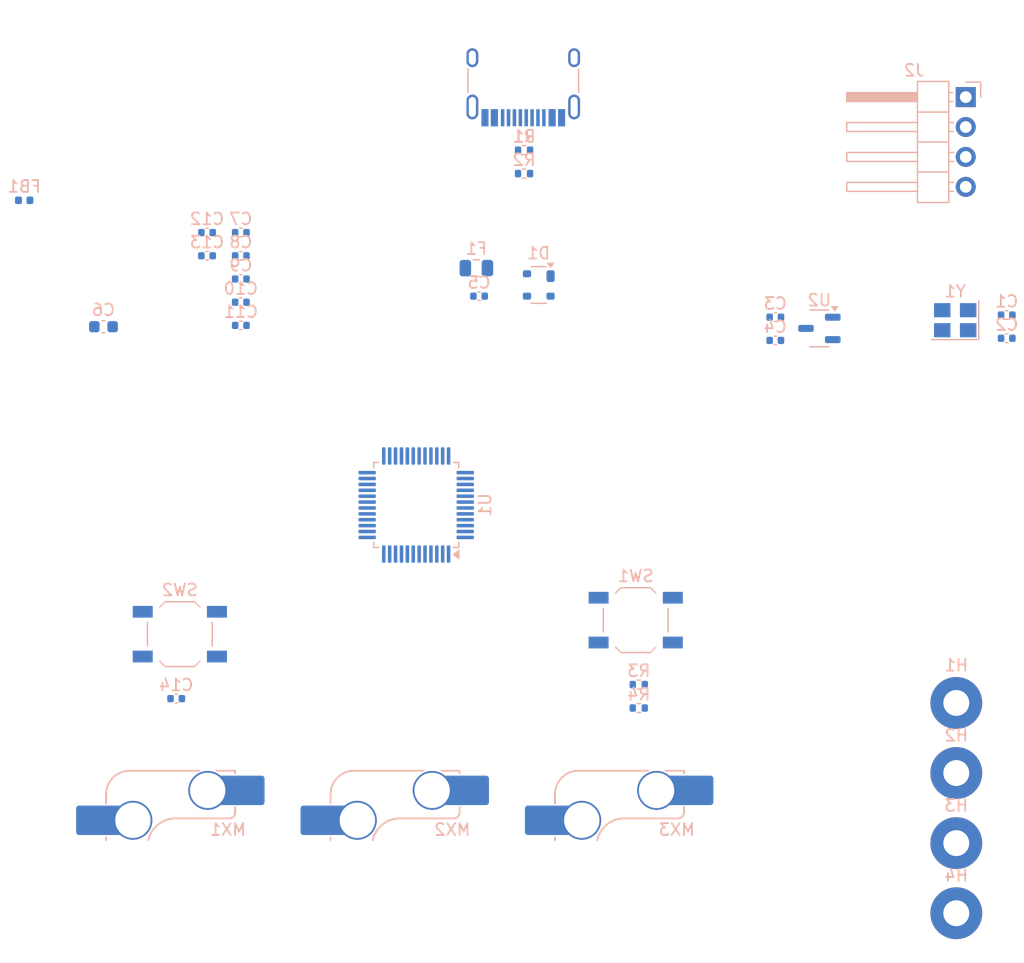
<source format=kicad_pcb>
(kicad_pcb (version 20240108) (generator "pcbnew") (generator_version "8.0")
  (title_block (title "Cloverpad MX") (date "2024-05-14") (rev "2"))
  (layers (0 "F.Cu" signal) (31 "B.Cu" signal) (34 "B.Paste" user) (35 "F.Paste" user) (36 "B.SilkS" user "B.Silkscreen") (37 "F.SilkS" user "F.Silkscreen") (38 "B.Mask" user) (39 "F.Mask" user) (44 "Edge.Cuts" user))
  (net 0 "")
  (net 1 "GND")
  (net 2 "OSC_OUT")
  (net 3 "OSC_IN")
  (net 4 "+5V")
  (net 5 "+3.3V")
  (net 6 "+3.3VA")
  (net 7 "NRST")
  (net 8 "D+")
  (net 9 "D-")
  (net 10 "Net-(F1-Pad1)")
  (net 11 "Net-(J1-CC2)")
  (net 13 "Net-(J1-CC1)")
  (net 15 "Net-(R3-Pad1)")
  (net 16 "BOOT0")
  (net 48 "SWCLK")
  (net 49 "SWDIO")
  (net 50 "K1")
  (net 51 "K2")
  (net 52 "K3")
  (footprint "Package_TO_SOT_SMD:SOT-23-3" (layer "B.Cu") (at 94.938519 45.003162 180)
    (property "Reference" "U2" (at 0 2.4 180) (layer "B.SilkS") (effects (justify mirror)))
    (property "Value" "XC6206PxxxMR")
    (fp_line (start 0.8 1.56) (end 0 1.56) (stroke (width 0.12)) (layer "B.SilkS"))
    (fp_line (start 0.8 -1.56) (end 0 -1.56) (stroke (width 0.12)) (layer "B.SilkS"))
    (fp_line (start -0.8 1.56) (end 0 1.56) (stroke (width 0.12)) (layer "B.SilkS"))
    (fp_line (start -0.8 -1.56) (end 0 -1.56) (stroke (width 0.12)) (layer "B.SilkS"))
    (fp_poly (pts (xy -1.3 1.51) (xy -1.54 1.84) (xy -1.06 1.84) (xy -1.3 1.51)) (stroke (width 0.12)) (fill solid) (layer "B.SilkS"))
    (pad "1" smd roundrect (at -1.1375 0.95 180) (size 1.325 0.6) (layers "B.Cu" "B.Paste" "B.Mask") (net 1 "GND"))
    (pad "2" smd roundrect (at -1.1375 -0.95 180) (size 1.325 0.6) (layers "B.Cu" "B.Paste" "B.Mask") (net 5 "+3.3V"))
    (pad "3" smd roundrect (at 1.1375 0 180) (size 1.325 0.6) (layers "B.Cu" "B.Paste" "B.Mask") (net 4 "+5V"))
  )
  (footprint "MountingHole:MountingHole_2.2mm_M2_Pad" (layer "B.Cu") (at 106.561027 94.645377 180)
    (property "Reference" "H4" (at 0 3.2 180) (layer "B.SilkS") (effects (justify mirror)))
    (property "Value" "Mounting Hole")
    (pad "1" thru_hole circle (at 0 0 180) (size 4.4 4.4) (drill 2.2) (layers "*.Cu" "*.Mask") (net 1 "GND"))
  )
  (footprint "Capacitor_SMD:C_0402_1005Metric" (layer "B.Cu") (at 91.198202 46.023162 180)
    (property "Reference" "C4" (at 0 1.16 180) (layer "B.SilkS") (effects (justify mirror)))
    (property "Value" "1uF")
    (fp_line (start 0.107836 0.36) (end -0.107836 0.36) (stroke (width 0.12)) (layer "B.SilkS"))
    (fp_line (start 0.107836 -0.36) (end -0.107836 -0.36) (stroke (width 0.12)) (layer "B.SilkS"))
    (pad "1" smd roundrect (at -0.48 0 180) (size 0.56 0.62) (layers "B.Cu" "B.Paste" "B.Mask") (net 5 "+3.3V"))
    (pad "2" smd roundrect (at 0.48 0 180) (size 0.56 0.62) (layers "B.Cu" "B.Paste" "B.Mask") (net 1 "GND"))
  )
  (footprint "Button_Switch_SMD:SW_SPST_TL3342" (layer "B.Cu") (at 79.350064 69.765682 180)
    (property "Reference" "SW1" (at 0 3.75 180) (layer "B.SilkS") (effects (justify mirror)))
    (property "Value" "SW_SPST")
    (fp_line (start 2.75 -1) (end 2.75 1) (stroke (width 0.12)) (layer "B.SilkS"))
    (fp_line (start 1.25 2.75) (end 1.7 2.3) (stroke (width 0.12)) (layer "B.SilkS"))
    (fp_line (start 1.25 2.75) (end -1.25 2.75) (stroke (width 0.12)) (layer "B.SilkS"))
    (fp_line (start 1.25 -2.75) (end 1.7 -2.3) (stroke (width 0.12)) (layer "B.SilkS"))
    (fp_line (start 1.25 -2.75) (end -1.25 -2.75) (stroke (width 0.12)) (layer "B.SilkS"))
    (fp_line (start -1.25 2.75) (end -1.7 2.3) (stroke (width 0.12)) (layer "B.SilkS"))
    (fp_line (start -1.25 -2.75) (end -1.7 -2.3) (stroke (width 0.12)) (layer "B.SilkS"))
    (fp_line (start -2.75 -1) (end -2.75 1) (stroke (width 0.12)) (layer "B.SilkS"))
    (pad "1" smd rect (at -3.15 1.9 180) (size 1.7 1) (layers "B.Cu" "B.Paste" "B.Mask") (net 16 "BOOT0"))
    (pad "1" smd rect (at 3.15 1.9 180) (size 1.7 1) (layers "B.Cu" "B.Paste" "B.Mask") (net 16 "BOOT0"))
    (pad "2" smd rect (at -3.15 -1.9 180) (size 1.7 1) (layers "B.Cu" "B.Paste" "B.Mask") (net 5 "+3.3V"))
    (pad "2" smd rect (at 3.15 -1.9 180) (size 1.7 1) (layers "B.Cu" "B.Paste" "B.Mask") (net 5 "+3.3V"))
  )
  (footprint "Inductor_SMD:L_0402_1005Metric" (layer "B.Cu") (at 27.443162 34.129414 180)
    (property "Reference" "FB1" (at 0 1.17 180) (layer "B.SilkS") (effects (justify mirror)))
    (property "Value" "120R")
    (pad "1" smd roundrect (at -0.485 0 180) (size 0.59 0.64) (layers "B.Cu" "B.Paste" "B.Mask") (net 5 "+3.3V"))
    (pad "2" smd roundrect (at 0.485 0 180) (size 0.59 0.64) (layers "B.Cu" "B.Paste" "B.Mask") (net 6 "+3.3VA"))
  )
  (footprint "PCM_marbastlib-mx:SW_MX_HS_CPG151101S11_1u" (layer "B.Cu") (at 78.581316 89.29695 180)
    (property "Reference" "MX3" (at -4.25 1.75 180) (layer "B.SilkS") (effects (justify mirror)))
    (property "Value" "MX_SW_HS")
    (fp_line (start 6.085176 4.75022) (end 6.085176 3.95022) (stroke (width 0.15)) (layer "B.SilkS"))
    (fp_line (start 6.085176 0.86022) (end 6.085176 1.10022) (stroke (width 0.15)) (layer "B.SilkS"))
    (fp_line (start 0.2 2.70022) (end -4.364824 2.70022) (stroke (width 0.15)) (layer "B.SilkS"))
    (fp_line (start -1.814824 6.75022) (end 4.085176 6.75022) (stroke (width 0.15)) (layer "B.SilkS"))
    (fp_line (start -4.864824 6.75022) (end -3.314824 6.75022) (stroke (width 0.15)) (layer "B.SilkS"))
    (fp_line (start -4.864824 6.52022) (end -4.864824 6.75022) (stroke (width 0.15)) (layer "B.SilkS"))
    (fp_line (start -4.864824 3.20022) (end -4.864824 3.67022) (stroke (width 0.15)) (layer "B.SilkS"))
    (fp_arc (start 6.085176 4.75022) (mid 5.499388 6.164432) (end 4.085176 6.75022) (stroke (width 0.15)) (layer "B.SilkS"))
    (fp_arc (start 2.494322 0.86022) (mid 1.670693 2.183637) (end 0.2 2.70022) (stroke (width 0.15)) (layer "B.SilkS"))
    (fp_arc (start -4.864824 3.20022) (mid -4.718377 2.846667) (end -4.364824 2.70022) (stroke (width 0.15)) (layer "B.SilkS"))
    (pad "" np_thru_hole circle (at -5.08 0 180) (size 1.75 1.75) (drill 1.75) (layers "*.Cu" "*.Mask"))
    (pad "" np_thru_hole circle (at 0 0 180) (size 3.9878 3.9878) (drill 3.9878) (layers "*.Cu" "*.Mask"))
    (pad "" np_thru_hole circle (at 5.08 0 180) (size 1.75 1.75) (drill 1.75) (layers "*.Cu" "*.Mask"))
    (pad "1" thru_hole circle (at 3.81 2.54 180) (size 3.3 3.3) (drill 3) (layers "*.Cu" "*.Mask") (net 52 "K3"))
    (pad "1" smd rect (at 5.635 2.54) (size 1.65 2.5) (layers "B.Cu") (net 52 "K3"))
    (pad "1" smd roundrect (at 7.36 2.54 180) (size 2.55 2.5) (layers "B.Cu" "B.Paste" "B.Mask") (roundrect_rratio 0.1) (net 52 "K3"))
    (pad "2" smd roundrect (at -6.09 5.08 180) (size 2.55 2.5) (layers "B.Cu" "B.Paste" "B.Mask") (roundrect_rratio 0.1) (net 1 "GND"))
    (pad "2" smd rect (at -4.34 5.08 180) (size 1.65 2.5) (layers "B.Cu") (net 1 "GND"))
    (pad "2" thru_hole circle (at -2.54 5.08 180) (size 3.3 3.3) (drill 3) (layers "*.Cu" "*.Mask") (net 1 "GND"))
  )
  (footprint "Capacitor_SMD:C_0402_1005Metric" (layer "B.Cu") (at 45.833162 40.809414 180)
    (property "Reference" "C9" (at 0 1.16 180) (layer "B.SilkS") (effects (justify mirror)))
    (property "Value" "100nF")
    (fp_line (start 0.107836 0.36) (end -0.107836 0.36) (stroke (width 0.12)) (layer "B.SilkS"))
    (fp_line (start 0.107836 -0.36) (end -0.107836 -0.36) (stroke (width 0.12)) (layer "B.SilkS"))
    (pad "1" smd roundrect (at -0.48 0 180) (size 0.56 0.62) (layers "B.Cu" "B.Paste" "B.Mask") (net 5 "+3.3V"))
    (pad "2" smd roundrect (at 0.48 0 180) (size 0.56 0.62) (layers "B.Cu" "B.Paste" "B.Mask") (net 1 "GND"))
  )
  (footprint "Capacitor_SMD:C_0402_1005Metric" (layer "B.Cu") (at 110.843531 45.839101 180)
    (property "Reference" "C2" (at 0 1.16 180) (layer "B.SilkS") (effects (justify mirror)))
    (property "Value" "8pF")
    (fp_line (start 0.107836 0.36) (end -0.107836 0.36) (stroke (width 0.12)) (layer "B.SilkS"))
    (fp_line (start 0.107836 -0.36) (end -0.107836 -0.36) (stroke (width 0.12)) (layer "B.SilkS"))
    (pad "1" smd roundrect (at -0.48 0 180) (size 0.56 0.62) (layers "B.Cu" "B.Paste" "B.Mask") (net 1 "GND"))
    (pad "2" smd roundrect (at 0.48 0 180) (size 0.56 0.62) (layers "B.Cu" "B.Paste" "B.Mask") (net 3 "OSC_IN"))
  )
  (footprint "Capacitor_SMD:C_0402_1005Metric" (layer "B.Cu") (at 45.833162 36.869414 180)
    (property "Reference" "C7" (at 0 1.16 180) (layer "B.SilkS") (effects (justify mirror)))
    (property "Value" "100nF")
    (fp_line (start 0.107836 0.36) (end -0.107836 0.36) (stroke (width 0.12)) (layer "B.SilkS"))
    (fp_line (start 0.107836 -0.36) (end -0.107836 -0.36) (stroke (width 0.12)) (layer "B.SilkS"))
    (pad "1" smd roundrect (at -0.48 0 180) (size 0.56 0.62) (layers "B.Cu" "B.Paste" "B.Mask") (net 5 "+3.3V"))
    (pad "2" smd roundrect (at 0.48 0 180) (size 0.56 0.62) (layers "B.Cu" "B.Paste" "B.Mask") (net 1 "GND"))
  )
  (footprint "Capacitor_SMD:C_0402_1005Metric" (layer "B.Cu") (at 66.053491 42.267223 180)
    (property "Reference" "C5" (at 0 1.16 180) (layer "B.SilkS") (effects (justify mirror)))
    (property "Value" "100nF")
    (fp_line (start 0.107836 0.36) (end -0.107836 0.36) (stroke (width 0.12)) (layer "B.SilkS"))
    (fp_line (start 0.107836 -0.36) (end -0.107836 -0.36) (stroke (width 0.12)) (layer "B.SilkS"))
    (pad "1" smd roundrect (at -0.48 0 180) (size 0.56 0.62) (layers "B.Cu" "B.Paste" "B.Mask") (net 4 "+5V"))
    (pad "2" smd roundrect (at 0.48 0 180) (size 0.56 0.62) (layers "B.Cu" "B.Paste" "B.Mask") (net 1 "GND"))
  )
  (footprint "Resistor_SMD:R_0402_1005Metric" (layer "B.Cu") (at 69.871926 31.862223 180)
    (property "Reference" "R2" (at 0 1.17 180) (layer "B.SilkS") (effects (justify mirror)))
    (property "Value" "5k1")
    (fp_line (start 0.153641 0.38) (end -0.153641 0.38) (stroke (width 0.12)) (layer "B.SilkS"))
    (fp_line (start 0.153641 -0.38) (end -0.153641 -0.38) (stroke (width 0.12)) (layer "B.SilkS"))
    (pad "1" smd roundrect (at -0.51 0 180) (size 0.54 0.64) (layers "B.Cu" "B.Paste" "B.Mask") (net 11 "Net-(J1-CC2)"))
    (pad "2" smd roundrect (at 0.51 0 180) (size 0.54 0.64) (layers "B.Cu" "B.Paste" "B.Mask") (net 1 "GND"))
  )
  (footprint "Package_QFP:LQFP-48_7x7mm_P0.5mm" (layer "B.Cu") (at 60.717235 59.995361 90)
    (property "Reference" "U1" (at 0 5.85 -90) (layer "B.SilkS") (effects (justify mirror)))
    (property "Value" "STM32F072CBT6")
    (fp_line (start 3.61 -3.61) (end 3.16 -3.61) (stroke (width 0.12)) (layer "B.SilkS"))
    (fp_line (start -3.61 -3.61) (end -3.16 -3.61) (stroke (width 0.12)) (layer "B.SilkS"))
    (fp_line (start 3.61 -3.16) (end 3.61 -3.61) (stroke (width 0.12)) (layer "B.SilkS"))
    (fp_line (start -3.61 -3.16) (end -3.61 -3.61) (stroke (width 0.12)) (layer "B.SilkS"))
    (fp_line (start 3.61 3.16) (end 3.61 3.61) (stroke (width 0.12)) (layer "B.SilkS"))
    (fp_line (start -3.61 3.16) (end -3.61 3.61) (stroke (width 0.12)) (layer "B.SilkS"))
    (fp_line (start 3.61 3.61) (end 3.16 3.61) (stroke (width 0.12)) (layer "B.SilkS"))
    (fp_line (start -3.61 3.61) (end -3.16 3.61) (stroke (width 0.12)) (layer "B.SilkS"))
    (fp_poly (pts (xy -4.2 3.16) (xy -4.54 3.63) (xy -3.86 3.63) (xy -4.2 3.16)) (stroke (width 0.12)) (fill solid) (layer "B.SilkS"))
    (pad "1" smd roundrect (at -4.1625 2.75 90) (size 1.475 0.3) (layers "B.Cu" "B.Paste" "B.Mask") (net 5 "+3.3V"))
    (pad "2" smd roundrect (at -4.1625 2.25 90) (size 1.475 0.3) (layers "B.Cu" "B.Paste" "B.Mask"))
    (pad "3" smd roundrect (at -4.1625 1.75 90) (size 1.475 0.3) (layers "B.Cu" "B.Paste" "B.Mask"))
    (pad "4" smd roundrect (at -4.1625 1.249999 90) (size 1.475 0.3) (layers "B.Cu" "B.Paste" "B.Mask"))
    (pad "5" smd roundrect (at -4.1625 0.75 90) (size 1.475 0.3) (layers "B.Cu" "B.Paste" "B.Mask") (net 3 "OSC_IN"))
    (pad "6" smd roundrect (at -4.1625 0.25 90) (size 1.475 0.3) (layers "B.Cu" "B.Paste" "B.Mask") (net 2 "OSC_OUT"))
    (pad "7" smd roundrect (at -4.1625 -0.25 90) (size 1.475 0.3) (layers "B.Cu" "B.Paste" "B.Mask") (net 7 "NRST"))
    (pad "8" smd roundrect (at -4.1625 -0.75 90) (size 1.475 0.3) (layers "B.Cu" "B.Paste" "B.Mask") (net 1 "GND"))
    (pad "9" smd roundrect (at -4.1625 -1.249999 90) (size 1.475 0.3) (layers "B.Cu" "B.Paste" "B.Mask") (net 6 "+3.3VA"))
    (pad "10" smd roundrect (at -4.1625 -1.75 90) (size 1.475 0.3) (layers "B.Cu" "B.Paste" "B.Mask"))
    (pad "11" smd roundrect (at -4.1625 -2.25 90) (size 1.475 0.3) (layers "B.Cu" "B.Paste" "B.Mask"))
    (pad "12" smd roundrect (at -4.1625 -2.75 90) (size 1.475 0.3) (layers "B.Cu" "B.Paste" "B.Mask"))
    (pad "13" smd roundrect (at -2.75 -4.1625 90) (size 0.3 1.475) (layers "B.Cu" "B.Paste" "B.Mask"))
    (pad "14" smd roundrect (at -2.25 -4.1625 90) (size 0.3 1.475) (layers "B.Cu" "B.Paste" "B.Mask"))
    (pad "15" smd roundrect (at -1.75 -4.1625 90) (size 0.3 1.475) (layers "B.Cu" "B.Paste" "B.Mask"))
    (pad "16" smd roundrect (at -1.249999 -4.1625 90) (size 0.3 1.475) (layers "B.Cu" "B.Paste" "B.Mask"))
    (pad "17" smd roundrect (at -0.75 -4.1625 90) (size 0.3 1.475) (layers "B.Cu" "B.Paste" "B.Mask"))
    (pad "18" smd roundrect (at -0.25 -4.1625 90) (size 0.3 1.475) (layers "B.Cu" "B.Paste" "B.Mask"))
    (pad "19" smd roundrect (at 0.25 -4.1625 90) (size 0.3 1.475) (layers "B.Cu" "B.Paste" "B.Mask"))
    (pad "20" smd roundrect (at 0.75 -4.1625 90) (size 0.3 1.475) (layers "B.Cu" "B.Paste" "B.Mask"))
    (pad "21" smd roundrect (at 1.249999 -4.1625 90) (size 0.3 1.475) (layers "B.Cu" "B.Paste" "B.Mask"))
    (pad "22" smd roundrect (at 1.75 -4.1625 90) (size 0.3 1.475) (layers "B.Cu" "B.Paste" "B.Mask"))
    (pad "23" smd roundrect (at 2.25 -4.1625 90) (size 0.3 1.475) (layers "B.Cu" "B.Paste" "B.Mask") (net 1 "GND"))
    (pad "24" smd roundrect (at 2.75 -4.1625 90) (size 0.3 1.475) (layers "B.Cu" "B.Paste" "B.Mask") (net 5 "+3.3V"))
    (pad "25" smd roundrect (at 4.1625 -2.75 90) (size 1.475 0.3) (layers "B.Cu" "B.Paste" "B.Mask"))
    (pad "26" smd roundrect (at 4.1625 -2.25 90) (size 1.475 0.3) (layers "B.Cu" "B.Paste" "B.Mask"))
    (pad "27" smd roundrect (at 4.1625 -1.75 90) (size 1.475 0.3) (layers "B.Cu" "B.Paste" "B.Mask"))
    (pad "28" smd roundrect (at 4.1625 -1.249999 90) (size 1.475 0.3) (layers "B.Cu" "B.Paste" "B.Mask"))
    (pad "29" smd roundrect (at 4.1625 -0.75 90) (size 1.475 0.3) (layers "B.Cu" "B.Paste" "B.Mask"))
    (pad "30" smd roundrect (at 4.1625 -0.25 90) (size 1.475 0.3) (layers "B.Cu" "B.Paste" "B.Mask"))
    (pad "31" smd roundrect (at 4.1625 0.25 90) (size 1.475 0.3) (layers "B.Cu" "B.Paste" "B.Mask"))
    (pad "32" smd roundrect (at 4.1625 0.75 90) (size 1.475 0.3) (layers "B.Cu" "B.Paste" "B.Mask") (net 9 "D-"))
    (pad "33" smd roundrect (at 4.1625 1.249999 90) (size 1.475 0.3) (layers "B.Cu" "B.Paste" "B.Mask") (net 8 "D+"))
    (pad "34" smd roundrect (at 4.1625 1.75 90) (size 1.475 0.3) (layers "B.Cu" "B.Paste" "B.Mask") (net 49 "SWDIO"))
    (pad "35" smd roundrect (at 4.1625 2.25 90) (size 1.475 0.3) (layers "B.Cu" "B.Paste" "B.Mask") (net 1 "GND"))
    (pad "36" smd roundrect (at 4.1625 2.75 90) (size 1.475 0.3) (layers "B.Cu" "B.Paste" "B.Mask") (net 5 "+3.3V"))
    (pad "37" smd roundrect (at 2.75 4.1625 90) (size 0.3 1.475) (layers "B.Cu" "B.Paste" "B.Mask") (net 48 "SWCLK"))
    (pad "38" smd roundrect (at 2.25 4.1625 90) (size 0.3 1.475) (layers "B.Cu" "B.Paste" "B.Mask"))
    (pad "39" smd roundrect (at 1.75 4.1625 90) (size 0.3 1.475) (layers "B.Cu" "B.Paste" "B.Mask"))
    (pad "40" smd roundrect (at 1.249999 4.1625 90) (size 0.3 1.475) (layers "B.Cu" "B.Paste" "B.Mask"))
    (pad "41" smd roundrect (at 0.75 4.1625 90) (size 0.3 1.475) (layers "B.Cu" "B.Paste" "B.Mask"))
    (pad "42" smd roundrect (at 0.25 4.1625 90) (size 0.3 1.475) (layers "B.Cu" "B.Paste" "B.Mask"))
    (pad "43" smd roundrect (at -0.25 4.1625 90) (size 0.3 1.475) (layers "B.Cu" "B.Paste" "B.Mask"))
    (pad "44" smd roundrect (at -0.75 4.1625 90) (size 0.3 1.475) (layers "B.Cu" "B.Paste" "B.Mask") (net 16 "BOOT0"))
    (pad "45" smd roundrect (at -1.249999 4.1625 90) (size 0.3 1.475) (layers "B.Cu" "B.Paste" "B.Mask"))
    (pad "46" smd roundrect (at -1.75 4.1625 90) (size 0.3 1.475) (layers "B.Cu" "B.Paste" "B.Mask"))
    (pad "47" smd roundrect (at -2.25 4.1625 90) (size 0.3 1.475) (layers "B.Cu" "B.Paste" "B.Mask") (net 1 "GND"))
    (pad "48" smd roundrect (at -2.75 4.1625 90) (size 0.3 1.475) (layers "B.Cu" "B.Paste" "B.Mask") (net 5 "+3.3V"))
  )
  (footprint "Connector_PinHeader_2.54mm:PinHeader_1x04_P2.54mm_Horizontal" (layer "B.Cu") (at 107.364149 25.370337 180)
    (property "Reference" "J2" (at 4.385 2.27 180) (layer "B.SilkS") (effects (justify mirror)))
    (property "Value" "Conn_01x04")
    (fp_line (start 10.1 0.38) (end 4.1 0.38) (stroke (width 0.12)) (layer "B.SilkS"))
    (fp_line (start 10.1 0.32) (end 4.1 0.32) (stroke (width 0.12)) (layer "B.SilkS"))
    (fp_line (start 10.1 0.2) (end 4.1 0.2) (stroke (width 0.12)) (layer "B.SilkS"))
    (fp_line (start 10.1 0.08) (end 4.1 0.08) (stroke (width 0.12)) (layer "B.SilkS"))
    (fp_line (start 10.1 -0.04) (end 4.1 -0.04) (stroke (width 0.12)) (layer "B.SilkS"))
    (fp_line (start 10.1 -0.160001) (end 4.1 -0.16) (stroke (width 0.12)) (layer "B.SilkS"))
    (fp_line (start 10.1 -0.279999) (end 4.1 -0.28) (stroke (width 0.12)) (layer "B.SilkS"))
    (fp_line (start 10.1 -0.38) (end 10.1 0.38) (stroke (width 0.12)) (layer "B.SilkS"))
    (fp_line (start 10.1 -2.16) (end 4.1 -2.16) (stroke (width 0.12)) (layer "B.SilkS"))
    (fp_line (start 10.1 -2.92) (end 10.1 -2.16) (stroke (width 0.12)) (layer "B.SilkS"))
    (fp_line (start 10.1 -4.699999) (end 4.1 -4.7) (stroke (width 0.12)) (layer "B.SilkS"))
    (fp_line (start 10.1 -5.460001) (end 10.1 -4.699999) (stroke (width 0.12)) (layer "B.SilkS"))
    (fp_line (start 10.1 -7.240001) (end 4.1 -7.24) (stroke (width 0.12)) (layer "B.SilkS"))
    (fp_line (start 10.1 -8) (end 10.1 -7.240001) (stroke (width 0.12)) (layer "B.SilkS"))
    (fp_line (start 4.1 1.33) (end 4.1 -8.95) (stroke (width 0.12)) (layer "B.SilkS"))
    (fp_line (start 4.1 -0.38) (end 10.1 -0.38) (stroke (width 0.12)) (layer "B.SilkS"))
    (fp_line (start 4.1 -1.27) (end 1.44 -1.27) (stroke (width 0.12)) (layer "B.SilkS"))
    (fp_line (start 4.1 -2.92) (end 10.1 -2.92) (stroke (width 0.12)) (layer "B.SilkS"))
    (fp_line (start 4.1 -3.81) (end 1.44 -3.81) (stroke (width 0.12)) (layer "B.SilkS"))
    (fp_line (start 4.1 -5.46) (end 10.1 -5.460001) (stroke (width 0.12)) (layer "B.SilkS"))
    (fp_line (start 4.1 -6.35) (end 1.44 -6.35) (stroke (width 0.12)) (layer "B.SilkS"))
    (fp_line (start 4.1 -8) (end 10.1 -8) (stroke (width 0.12)) (layer "B.SilkS"))
    (fp_line (start 4.1 -8.95) (end 1.44 -8.95) (stroke (width 0.12)) (layer "B.SilkS"))
    (fp_line (start 1.44 1.33) (end 4.1 1.33) (stroke (width 0.12)) (layer "B.SilkS"))
    (fp_line (start 1.44 0.38) (end 1.11 0.38) (stroke (width 0.12)) (layer "B.SilkS"))
    (fp_line (start 1.44 -0.38) (end 1.11 -0.38) (stroke (width 0.12)) (layer "B.SilkS"))
    (fp_line (start 1.44 -2.16) (end 1.042929 -2.16) (stroke (width 0.12)) (layer "B.SilkS"))
    (fp_line (start 1.44 -2.92) (end 1.042929 -2.92) (stroke (width 0.12)) (layer "B.SilkS"))
    (fp_line (start 1.44 -4.7) (end 1.042929 -4.7) (stroke (width 0.12)) (layer "B.SilkS"))
    (fp_line (start 1.44 -5.46) (end 1.042929 -5.46) (stroke (width 0.12)) (layer "B.SilkS"))
    (fp_line (start 1.44 -7.24) (end 1.042929 -7.24) (stroke (width 0.12)) (layer "B.SilkS"))
    (fp_line (start 1.44 -8) (end 1.042929 -8) (stroke (width 0.12)) (layer "B.SilkS"))
    (fp_line (start 1.44 -8.95) (end 1.44 1.33) (stroke (width 0.12)) (layer "B.SilkS"))
    (fp_line (start 0 1.270001) (end -1.27 1.27) (stroke (width 0.12)) (layer "B.SilkS"))
    (fp_line (start -1.27 1.27) (end -1.270001 0) (stroke (width 0.12)) (layer "B.SilkS"))
    (pad "1" thru_hole rect (at 0 0 180) (size 1.7 1.7) (drill 1) (layers "*.Cu" "*.Mask") (net 5 "+3.3V"))
    (pad "2" thru_hole oval (at 0 -2.54 180) (size 1.7 1.7) (drill 1) (layers "*.Cu" "*.Mask") (net 49 "SWDIO"))
    (pad "3" thru_hole oval (at 0 -5.079999 180) (size 1.7 1.7) (drill 1) (layers "*.Cu" "*.Mask") (net 48 "SWCLK"))
    (pad "4" thru_hole oval (at 0 -7.62 180) (size 1.7 1.7) (drill 1) (layers "*.Cu" "*.Mask") (net 1 "GND"))
  )
  (footprint "Capacitor_SMD:C_0603_1608Metric" (layer "B.Cu") (at 34.173162 44.859414 180)
    (property "Reference" "C6" (at 0 1.43 180) (layer "B.SilkS") (effects (justify mirror)))
    (property "Value" "10uF")
    (fp_line (start 0.14058 0.51) (end -0.14058 0.51) (stroke (width 0.12)) (layer "B.SilkS"))
    (fp_line (start 0.14058 -0.51) (end -0.14058 -0.51) (stroke (width 0.12)) (layer "B.SilkS"))
    (pad "1" smd roundrect (at -0.775 0 180) (size 0.9 0.95) (layers "B.Cu" "B.Paste" "B.Mask") (net 5 "+3.3V"))
    (pad "2" smd roundrect (at 0.775 0 180) (size 0.9 0.95) (layers "B.Cu" "B.Paste" "B.Mask") (net 1 "GND"))
  )
  (footprint "Capacitor_SMD:C_0402_1005Metric" (layer "B.Cu") (at 110.843531 43.869101 180)
    (property "Reference" "C1" (at 0 1.16 180) (layer "B.SilkS") (effects (justify mirror)))
    (property "Value" "8pF")
    (fp_line (start 0.107836 0.36) (end -0.107836 0.36) (stroke (width 0.12)) (layer "B.SilkS"))
    (fp_line (start 0.107836 -0.36) (end -0.107836 -0.36) (stroke (width 0.12)) (layer "B.SilkS"))
    (pad "1" smd roundrect (at -0.48 0 180) (size 0.56 0.62) (layers "B.Cu" "B.Paste" "B.Mask") (net 2 "OSC_OUT"))
    (pad "2" smd roundrect (at 0.48 0 180) (size 0.56 0.62) (layers "B.Cu" "B.Paste" "B.Mask") (net 1 "GND"))
  )
  (footprint "Resistor_SMD:R_0402_1005Metric" (layer "B.Cu") (at 79.608812 77.22756 180)
    (property "Reference" "R4" (at 0 1.17 180) (layer "B.SilkS") (effects (justify mirror)))
    (property "Value" "5k1")
    (fp_line (start 0.153641 0.38) (end -0.153641 0.38) (stroke (width 0.12)) (layer "B.SilkS"))
    (fp_line (start 0.153641 -0.38) (end -0.153641 -0.38) (stroke (width 0.12)) (layer "B.SilkS"))
    (pad "1" smd roundrect (at -0.51 0 180) (size 0.54 0.64) (layers "B.Cu" "B.Paste" "B.Mask") (net 1 "GND"))
    (pad "2" smd roundrect (at 0.51 0 180) (size 0.54 0.64) (layers "B.Cu" "B.Paste" "B.Mask") (net 15 "Net-(R3-Pad1)"))
  )
  (footprint "MountingHole:MountingHole_2.2mm_M2_Pad" (layer "B.Cu") (at 106.561027 82.745377 180)
    (property "Reference" "H2" (at 0 3.2 180) (layer "B.SilkS") (effects (justify mirror)))
    (property "Value" "Mounting Hole")
    (pad "1" thru_hole circle (at 0 0 180) (size 4.4 4.4) (drill 2.2) (layers "*.Cu" "*.Mask") (net 1 "GND"))
  )
  (footprint "Capacitor_SMD:C_0402_1005Metric" (layer "B.Cu") (at 40.348154 76.428186 180)
    (property "Reference" "C14" (at 0 1.16 180) (layer "B.SilkS") (effects (justify mirror)))
    (property "Value" "100nF")
    (fp_line (start 0.107836 0.36) (end -0.107836 0.36) (stroke (width 0.12)) (layer "B.SilkS"))
    (fp_line (start 0.107836 -0.36) (end -0.107836 -0.36) (stroke (width 0.12)) (layer "B.SilkS"))
    (pad "1" smd roundrect (at -0.48 0 180) (size 0.56 0.62) (layers "B.Cu" "B.Paste" "B.Mask") (net 7 "NRST"))
    (pad "2" smd roundrect (at 0.48 0 180) (size 0.56 0.62) (layers "B.Cu" "B.Paste" "B.Mask") (net 1 "GND"))
  )
  (footprint "PCM_marbastlib-mx:SW_MX_HS_CPG151101S11_1u" (layer "B.Cu") (at 40.481284 89.29695 180)
    (property "Reference" "MX1" (at -4.25 1.75 180) (layer "B.SilkS") (effects (justify mirror)))
    (property "Value" "MX_SW_HS")
    (fp_line (start 6.085176 4.75022) (end 6.085176 3.95022) (stroke (width 0.15)) (layer "B.SilkS"))
    (fp_line (start 6.085176 0.86022) (end 6.085176 1.10022) (stroke (width 0.15)) (layer "B.SilkS"))
    (fp_line (start 0.2 2.70022) (end -4.364824 2.70022) (stroke (width 0.15)) (layer "B.SilkS"))
    (fp_line (start -1.814824 6.75022) (end 4.085176 6.75022) (stroke (width 0.15)) (layer "B.SilkS"))
    (fp_line (start -4.864824 6.75022) (end -3.314824 6.75022) (stroke (width 0.15)) (layer "B.SilkS"))
    (fp_line (start -4.864824 6.52022) (end -4.864824 6.75022) (stroke (width 0.15)) (layer "B.SilkS"))
    (fp_line (start -4.864824 3.20022) (end -4.864824 3.67022) (stroke (width 0.15)) (layer "B.SilkS"))
    (fp_arc (start 6.085176 4.75022) (mid 5.499388 6.164432) (end 4.085176 6.75022) (stroke (width 0.15)) (layer "B.SilkS"))
    (fp_arc (start 2.494322 0.86022) (mid 1.670693 2.183637) (end 0.2 2.70022) (stroke (width 0.15)) (layer "B.SilkS"))
    (fp_arc (start -4.864824 3.20022) (mid -4.718377 2.846667) (end -4.364824 2.70022) (stroke (width 0.15)) (layer "B.SilkS"))
    (pad "" np_thru_hole circle (at -5.08 0 180) (size 1.75 1.75) (drill 1.75) (layers "*.Cu" "*.Mask"))
    (pad "" np_thru_hole circle (at 0 0 180) (size 3.9878 3.9878) (drill 3.9878) (layers "*.Cu" "*.Mask"))
    (pad "" np_thru_hole circle (at 5.08 0 180) (size 1.75 1.75) (drill 1.75) (layers "*.Cu" "*.Mask"))
    (pad "1" thru_hole circle (at 3.81 2.54 180) (size 3.3 3.3) (drill 3) (layers "*.Cu" "*.Mask") (net 50 "K1"))
    (pad "1" smd rect (at 5.635 2.54) (size 1.65 2.5) (layers "B.Cu") (net 50 "K1"))
    (pad "1" smd roundrect (at 7.36 2.54 180) (size 2.55 2.5) (layers "B.Cu" "B.Paste" "B.Mask") (roundrect_rratio 0.1) (net 50 "K1"))
    (pad "2" smd roundrect (at -6.09 5.08 180) (size 2.55 2.5) (layers "B.Cu" "B.Paste" "B.Mask") (roundrect_rratio 0.1) (net 1 "GND"))
    (pad "2" smd rect (at -4.34 5.08 180) (size 1.65 2.5) (layers "B.Cu") (net 1 "GND"))
    (pad "2" thru_hole circle (at -2.54 5.08 180) (size 3.3 3.3) (drill 3) (layers "*.Cu" "*.Mask") (net 1 "GND"))
  )
  (footprint "Resistor_SMD:R_0402_1005Metric" (layer "B.Cu") (at 69.871926 29.872223 180)
    (property "Reference" "R1" (at 0 1.17 180) (layer "B.SilkS") (effects (justify mirror)))
    (property "Value" "5k1")
    (fp_line (start 0.153641 0.38) (end -0.153641 0.38) (stroke (width 0.12)) (layer "B.SilkS"))
    (fp_line (start 0.153641 -0.38) (end -0.153641 -0.38) (stroke (width 0.12)) (layer "B.SilkS"))
    (pad "1" smd roundrect (at -0.51 0 180) (size 0.54 0.64) (layers "B.Cu" "B.Paste" "B.Mask") (net 13 "Net-(J1-CC1)"))
    (pad "2" smd roundrect (at 0.51 0 180) (size 0.54 0.64) (layers "B.Cu" "B.Paste" "B.Mask") (net 1 "GND"))
  )
  (footprint "Button_Switch_SMD:SW_SPST_TL3342" (layer "B.Cu") (at 40.654719 70.956308 180)
    (property "Reference" "SW2" (at 0 3.75 180) (layer "B.SilkS") (effects (justify mirror)))
    (property "Value" "SW_SPST")
    (fp_line (start 2.75 -1) (end 2.75 1) (stroke (width 0.12)) (layer "B.SilkS"))
    (fp_line (start 1.25 2.75) (end 1.7 2.3) (stroke (width 0.12)) (layer "B.SilkS"))
    (fp_line (start 1.25 2.75) (end -1.25 2.75) (stroke (width 0.12)) (layer "B.SilkS"))
    (fp_line (start 1.25 -2.75) (end 1.7 -2.3) (stroke (width 0.12)) (layer "B.SilkS"))
    (fp_line (start 1.25 -2.75) (end -1.25 -2.75) (stroke (width 0.12)) (layer "B.SilkS"))
    (fp_line (start -1.25 2.75) (end -1.7 2.3) (stroke (width 0.12)) (layer "B.SilkS"))
    (fp_line (start -1.25 -2.75) (end -1.7 -2.3) (stroke (width 0.12)) (layer "B.SilkS"))
    (fp_line (start -2.75 -1) (end -2.75 1) (stroke (width 0.12)) (layer "B.SilkS"))
    (pad "1" smd rect (at -3.15 1.9 180) (size 1.7 1) (layers "B.Cu" "B.Paste" "B.Mask") (net 7 "NRST"))
    (pad "1" smd rect (at 3.15 1.9 180) (size 1.7 1) (layers "B.Cu" "B.Paste" "B.Mask") (net 7 "NRST"))
    (pad "2" smd rect (at -3.15 -1.9 180) (size 1.7 1) (layers "B.Cu" "B.Paste" "B.Mask") (net 1 "GND"))
    (pad "2" smd rect (at 3.15 -1.9 180) (size 1.7 1) (layers "B.Cu" "B.Paste" "B.Mask") (net 1 "GND"))
  )
  (footprint "Resistor_SMD:R_0402_1005Metric" (layer "B.Cu") (at 79.608812 75.23756 180)
    (property "Reference" "R3" (at 0 1.17 180) (layer "B.SilkS") (effects (justify mirror)))
    (property "Value" "5k1")
    (fp_line (start 0.153641 0.38) (end -0.153641 0.38) (stroke (width 0.12)) (layer "B.SilkS"))
    (fp_line (start 0.153641 -0.38) (end -0.153641 -0.38) (stroke (width 0.12)) (layer "B.SilkS"))
    (pad "1" smd roundrect (at -0.51 0 180) (size 0.54 0.64) (layers "B.Cu" "B.Paste" "B.Mask") (net 15 "Net-(R3-Pad1)"))
    (pad "2" smd roundrect (at 0.51 0 180) (size 0.54 0.64) (layers "B.Cu" "B.Paste" "B.Mask") (net 16 "BOOT0"))
  )
  (footprint "Capacitor_SMD:C_0402_1005Metric" (layer "B.Cu") (at 45.833162 38.839414 180)
    (property "Reference" "C8" (at 0 1.16 180) (layer "B.SilkS") (effects (justify mirror)))
    (property "Value" "100nF")
    (fp_line (start 0.107836 0.36) (end -0.107836 0.36) (stroke (width 0.12)) (layer "B.SilkS"))
    (fp_line (start 0.107836 -0.36) (end -0.107836 -0.36) (stroke (width 0.12)) (layer "B.SilkS"))
    (pad "1" smd roundrect (at -0.48 0 180) (size 0.56 0.62) (layers "B.Cu" "B.Paste" "B.Mask") (net 5 "+3.3V"))
    (pad "2" smd roundrect (at 0.48 0 180) (size 0.56 0.62) (layers "B.Cu" "B.Paste" "B.Mask") (net 1 "GND"))
  )
  (footprint "Capacitor_SMD:C_0402_1005Metric" (layer "B.Cu") (at 42.963162 36.869414 180)
    (property "Reference" "C12" (at 0 1.16 180) (layer "B.SilkS") (effects (justify mirror)))
    (property "Value" "1uF")
    (fp_line (start 0.107836 0.36) (end -0.107836 0.36) (stroke (width 0.12)) (layer "B.SilkS"))
    (fp_line (start 0.107836 -0.36) (end -0.107836 -0.36) (stroke (width 0.12)) (layer "B.SilkS"))
    (pad "1" smd roundrect (at -0.48 0 180) (size 0.56 0.62) (layers "B.Cu" "B.Paste" "B.Mask") (net 6 "+3.3VA"))
    (pad "2" smd roundrect (at 0.48 0 180) (size 0.56 0.62) (layers "B.Cu" "B.Paste" "B.Mask") (net 1 "GND"))
  )
  (footprint "PCM_marbastlib-mx:SW_MX_HS_CPG151101S11_1u" (layer "B.Cu") (at 59.5313 89.29695 180)
    (property "Reference" "MX2" (at -4.25 1.75 180) (layer "B.SilkS") (effects (justify mirror)))
    (property "Value" "MX_SW_HS")
    (fp_line (start 6.085176 4.75022) (end 6.085176 3.95022) (stroke (width 0.15)) (layer "B.SilkS"))
    (fp_line (start 6.085176 0.86022) (end 6.085176 1.10022) (stroke (width 0.15)) (layer "B.SilkS"))
    (fp_line (start 0.2 2.70022) (end -4.364824 2.70022) (stroke (width 0.15)) (layer "B.SilkS"))
    (fp_line (start -1.814824 6.75022) (end 4.085176 6.75022) (stroke (width 0.15)) (layer "B.SilkS"))
    (fp_line (start -4.864824 6.75022) (end -3.314824 6.75022) (stroke (width 0.15)) (layer "B.SilkS"))
    (fp_line (start -4.864824 6.52022) (end -4.864824 6.75022) (stroke (width 0.15)) (layer "B.SilkS"))
    (fp_line (start -4.864824 3.20022) (end -4.864824 3.67022) (stroke (width 0.15)) (layer "B.SilkS"))
    (fp_arc (start 6.085176 4.75022) (mid 5.499388 6.164432) (end 4.085176 6.75022) (stroke (width 0.15)) (layer "B.SilkS"))
    (fp_arc (start 2.494322 0.86022) (mid 1.670693 2.183637) (end 0.2 2.70022) (stroke (width 0.15)) (layer "B.SilkS"))
    (fp_arc (start -4.864824 3.20022) (mid -4.718377 2.846667) (end -4.364824 2.70022) (stroke (width 0.15)) (layer "B.SilkS"))
    (pad "" np_thru_hole circle (at -5.08 0 180) (size 1.75 1.75) (drill 1.75) (layers "*.Cu" "*.Mask"))
    (pad "" np_thru_hole circle (at 0 0 180) (size 3.9878 3.9878) (drill 3.9878) (layers "*.Cu" "*.Mask"))
    (pad "" np_thru_hole circle (at 5.08 0 180) (size 1.75 1.75) (drill 1.75) (layers "*.Cu" "*.Mask"))
    (pad "1" thru_hole circle (at 3.81 2.54 180) (size 3.3 3.3) (drill 3) (layers "*.Cu" "*.Mask") (net 51 "K2"))
    (pad "1" smd rect (at 5.635 2.54) (size 1.65 2.5) (layers "B.Cu") (net 51 "K2"))
    (pad "1" smd roundrect (at 7.36 2.54 180) (size 2.55 2.5) (layers "B.Cu" "B.Paste" "B.Mask") (roundrect_rratio 0.1) (net 51 "K2"))
    (pad "2" smd roundrect (at -6.09 5.08 180) (size 2.55 2.5) (layers "B.Cu" "B.Paste" "B.Mask") (roundrect_rratio 0.1) (net 1 "GND"))
    (pad "2" smd rect (at -4.34 5.08 180) (size 1.65 2.5) (layers "B.Cu") (net 1 "GND"))
    (pad "2" thru_hole circle (at -2.54 5.08 180) (size 3.3 3.3) (drill 3) (layers "*.Cu" "*.Mask") (net 1 "GND"))
  )
  (footprint "Package_TO_SOT_SMD:SOT-143" (layer "B.Cu") (at 71.121934 41.317223 180)
    (property "Reference" "D1" (at 0.02 2.7 180) (layer "B.SilkS") (effects (justify mirror)))
    (property "Value" "PRTR5V0U2X")
    (fp_line (start 0.65 -1.56) (end -0.65 -1.56) (stroke (width 0.12)) (layer "B.SilkS"))
    (fp_line (start -0.62 1.56) (end 0.65 1.56) (stroke (width 0.12)) (layer "B.SilkS"))
    (fp_poly (pts (xy -1 1.51) (xy -1.24 1.84) (xy -0.76 1.84) (xy -1 1.51)) (stroke (width 0.12)) (fill solid) (layer "B.SilkS"))
    (pad "1" smd roundrect (at -1 0.75 180) (size 0.7 1) (layers "B.Cu" "B.Paste" "B.Mask") (net 1 "GND"))
    (pad "2" smd roundrect (at -1 -0.95 180) (size 0.7 0.6) (layers "B.Cu" "B.Paste" "B.Mask") (net 9 "D-"))
    (pad "3" smd roundrect (at 1 -0.95 180) (size 0.7 0.6) (layers "B.Cu" "B.Paste" "B.Mask") (net 8 "D+"))
    (pad "4" smd roundrect (at 1 0.95 180) (size 0.7 0.6) (layers "B.Cu" "B.Paste" "B.Mask") (net 4 "+5V"))
  )
  (footprint "Capacitor_SMD:C_0402_1005Metric" (layer "B.Cu") (at 45.833162 44.749414 180)
    (property "Reference" "C11" (at 0 1.16 180) (layer "B.SilkS") (effects (justify mirror)))
    (property "Value" "10nF")
    (fp_line (start 0.107836 0.36) (end -0.107836 0.36) (stroke (width 0.12)) (layer "B.SilkS"))
    (fp_line (start 0.107836 -0.36) (end -0.107836 -0.36) (stroke (width 0.12)) (layer "B.SilkS"))
    (pad "1" smd roundrect (at -0.48 0 180) (size 0.56 0.62) (layers "B.Cu" "B.Paste" "B.Mask") (net 6 "+3.3VA"))
    (pad "2" smd roundrect (at 0.48 0 180) (size 0.56 0.62) (layers "B.Cu" "B.Paste" "B.Mask") (net 1 "GND"))
  )
  (footprint "MountingHole:MountingHole_2.2mm_M2_Pad" (layer "B.Cu") (at 106.561027 88.695377 180)
    (property "Reference" "H3" (at 0 3.2 180) (layer "B.SilkS") (effects (justify mirror)))
    (property "Value" "Mounting Hole")
    (pad "1" thru_hole circle (at 0 0 180) (size 4.4 4.4) (drill 2.2) (layers "*.Cu" "*.Mask") (net 1 "GND"))
  )
  (footprint "Crystal:Crystal_SMD_3225-4Pin_3.2x2.5mm" (layer "B.Cu") (at 106.470401 44.307849 180)
    (property "Reference" "Y1" (at 0 2.45 180) (layer "B.SilkS") (effects (justify mirror)))
    (property "Value" "16MHz")
    (fp_line (start 2 -1.65) (end -2 -1.65) (stroke (width 0.12)) (layer "B.SilkS"))
    (fp_line (start -2 -1.65) (end -2 1.65) (stroke (width 0.12)) (layer "B.SilkS"))
    (pad "1" smd rect (at -1.1 -0.85 180) (size 1.4 1.2) (layers "B.Cu" "B.Paste" "B.Mask") (net 2 "OSC_OUT"))
    (pad "2" smd rect (at 1.1 -0.85 180) (size 1.4 1.2) (layers "B.Cu" "B.Paste" "B.Mask") (net 1 "GND"))
    (pad "3" smd rect (at 1.1 0.85 180) (size 1.4 1.2) (layers "B.Cu" "B.Paste" "B.Mask") (net 3 "OSC_IN"))
    (pad "4" smd rect (at -1.1 0.85 180) (size 1.4 1.2) (layers "B.Cu" "B.Paste" "B.Mask") (net 1 "GND"))
  )
  (footprint "Capacitor_SMD:C_0402_1005Metric" (layer "B.Cu") (at 45.833162 42.779414 180)
    (property "Reference" "C10" (at 0 1.16 180) (layer "B.SilkS") (effects (justify mirror)))
    (property "Value" "100nF")
    (fp_line (start 0.107836 0.36) (end -0.107836 0.36) (stroke (width 0.12)) (layer "B.SilkS"))
    (fp_line (start 0.107836 -0.36) (end -0.107836 -0.36) (stroke (width 0.12)) (layer "B.SilkS"))
    (pad "1" smd roundrect (at -0.48 0 180) (size 0.56 0.62) (layers "B.Cu" "B.Paste" "B.Mask") (net 5 "+3.3V"))
    (pad "2" smd roundrect (at 0.48 0 180) (size 0.56 0.62) (layers "B.Cu" "B.Paste" "B.Mask") (net 1 "GND"))
  )
  (footprint "Capacitor_SMD:C_0402_1005Metric" (layer "B.Cu") (at 42.963162 38.839414 180)
    (property "Reference" "C13" (at 0 1.16 180) (layer "B.SilkS") (effects (justify mirror)))
    (property "Value" "1uF")
    (fp_line (start 0.107836 0.36) (end -0.107836 0.36) (stroke (width 0.12)) (layer "B.SilkS"))
    (fp_line (start 0.107836 -0.36) (end -0.107836 -0.36) (stroke (width 0.12)) (layer "B.SilkS"))
    (pad "1" smd roundrect (at -0.48 0 180) (size 0.56 0.62) (layers "B.Cu" "B.Paste" "B.Mask") (net 5 "+3.3V"))
    (pad "2" smd roundrect (at 0.48 0 180) (size 0.56 0.62) (layers "B.Cu" "B.Paste" "B.Mask") (net 1 "GND"))
  )
  (footprint "Capacitor_SMD:C_0402_1005Metric" (layer "B.Cu") (at 91.198202 44.053162 180)
    (property "Reference" "C3" (at 0 1.16 180) (layer "B.SilkS") (effects (justify mirror)))
    (property "Value" "1uF")
    (fp_line (start 0.107836 0.36) (end -0.107836 0.36) (stroke (width 0.12)) (layer "B.SilkS"))
    (fp_line (start 0.107836 -0.36) (end -0.107836 -0.36) (stroke (width 0.12)) (layer "B.SilkS"))
    (pad "1" smd roundrect (at -0.48 0 180) (size 0.56 0.62) (layers "B.Cu" "B.Paste" "B.Mask") (net 4 "+5V"))
    (pad "2" smd roundrect (at 0.48 0 180) (size 0.56 0.62) (layers "B.Cu" "B.Paste" "B.Mask") (net 1 "GND"))
  )
  (footprint "Fuse:Fuse_0805_2012Metric" (layer "B.Cu") (at 65.826617 39.885971 180)
    (property "Reference" "F1" (at 0 1.65 180) (layer "B.SilkS") (effects (justify mirror)))
    (property "Value" "500mA")
    (fp_line (start 0.258578 0.71) (end -0.258578 0.71) (stroke (width 0.12)) (layer "B.SilkS"))
    (fp_line (start 0.258578 -0.71) (end -0.258578 -0.71) (stroke (width 0.12)) (layer "B.SilkS"))
    (pad "1" smd roundrect (at -0.9375 0 180) (size 0.975 1.4) (layers "B.Cu" "B.Paste" "B.Mask") (net 10 "Net-(F1-Pad1)"))
    (pad "2" smd roundrect (at 0.9375 0 180) (size 0.975 1.4) (layers "B.Cu" "B.Paste" "B.Mask") (net 4 "+5V"))
  )
  (footprint "MountingHole:MountingHole_2.2mm_M2_Pad" (layer "B.Cu") (at 106.561027 76.795377 180)
    (property "Reference" "H1" (at 0 3.2 180) (layer "B.SilkS") (effects (justify mirror)))
    (property "Value" "Mounting Hole")
    (pad "1" thru_hole circle (at 0 0 180) (size 4.4 4.4) (drill 2.2) (layers "*.Cu" "*.Mask") (net 1 "GND"))
  )
  (footprint "PCM_marbastlib-various:USB_C_Receptacle_HRO_TYPE-C-31-M-12" (layer "B.Cu") (at 69.80443 23.076581)
    (property "Reference" "J1" (at 0 5.645 0) (layer "B.SilkS") (effects (justify mirror)))
    (property "Value" "USB_C_Receptacle_USB2.0_16P")
    (fp_line (start -4.7 -0.1) (end -4.7 1.9) (stroke (width 0.12)) (layer "B.SilkS"))
    (fp_line (start 4.7 -0.1) (end 4.7 1.9) (stroke (width 0.12)) (layer "B.SilkS"))
    (pad "" np_thru_hole circle (at -2.89 2.6) (size 0.65 0.65) (drill 0.65) (layers "*.Cu" "*.Mask"))
    (pad "" np_thru_hole circle (at 2.89 2.6) (size 0.65 0.65) (drill 0.65) (layers "*.Cu" "*.Mask"))
    (pad "A1" smd rect (at -3.25 4.045) (size 0.6 1.45) (layers "B.Cu" "B.Paste" "B.Mask") (net 1 "GND"))
    (pad "A4" smd rect (at -2.450001 4.045) (size 0.6 1.45) (layers "B.Cu" "B.Paste" "B.Mask") (net 10 "Net-(F1-Pad1)"))
    (pad "A5" smd rect (at -1.25 4.044999) (size 0.3 1.45) (layers "B.Cu" "B.Paste" "B.Mask") (net 13 "Net-(J1-CC1)"))
    (pad "A6" smd rect (at -0.25 4.045) (size 0.3 1.45) (layers "B.Cu" "B.Paste" "B.Mask") (net 8 "D+"))
    (pad "A7" smd rect (at 0.25 4.045) (size 0.3 1.45) (layers "B.Cu" "B.Paste" "B.Mask") (net 9 "D-"))
    (pad "A8" smd rect (at 1.25 4.044999) (size 0.3 1.45) (layers "B.Cu" "B.Paste" "B.Mask"))
    (pad "A9" smd rect (at 2.450001 4.045) (size 0.6 1.45) (layers "B.Cu" "B.Paste" "B.Mask") (net 10 "Net-(F1-Pad1)"))
    (pad "A12" smd rect (at 3.25 4.045) (size 0.6 1.45) (layers "B.Cu" "B.Paste" "B.Mask") (net 1 "GND"))
    (pad "B1" smd rect (at 3.25 4.045) (size 0.6 1.45) (layers "B.Cu" "B.Paste" "B.Mask") (net 1 "GND"))
    (pad "B4" smd rect (at 2.450001 4.045) (size 0.6 1.45) (layers "B.Cu" "B.Paste" "B.Mask") (net 10 "Net-(F1-Pad1)"))
    (pad "B5" smd rect (at 1.75 4.045) (size 0.3 1.45) (layers "B.Cu" "B.Paste" "B.Mask") (net 11 "Net-(J1-CC2)"))
    (pad "B6" smd rect (at 0.75 4.045) (size 0.3 1.45) (layers "B.Cu" "B.Paste" "B.Mask") (net 8 "D+"))
    (pad "B7" smd rect (at -0.75 4.045) (size 0.3 1.45) (layers "B.Cu" "B.Paste" "B.Mask") (net 9 "D-"))
    (pad "B8" smd rect (at -1.75 4.045) (size 0.3 1.45) (layers "B.Cu" "B.Paste" "B.Mask"))
    (pad "B9" smd rect (at -2.450001 4.045) (size 0.6 1.45) (layers "B.Cu" "B.Paste" "B.Mask") (net 10 "Net-(F1-Pad1)"))
    (pad "B12" smd rect (at -3.25 4.045) (size 0.6 1.45) (layers "B.Cu" "B.Paste" "B.Mask") (net 1 "GND"))
    (pad "S1" thru_hole oval (at -4.32 -1.05) (size 1 1.6) (drill oval 0.6 1.2) (layers "*.Cu" "*.Mask") (net 1 "GND"))
    (pad "S1" thru_hole oval (at -4.32 3.13) (size 1 2.1) (drill oval 0.6 1.7) (layers "*.Cu" "*.Mask") (net 1 "GND"))
    (pad "S1" thru_hole oval (at 4.32 -1.05) (size 1 1.6) (drill oval 0.6 1.2) (layers "*.Cu" "*.Mask") (net 1 "GND"))
    (pad "S1" thru_hole oval (at 4.32 3.13) (size 1 2.1) (drill oval 0.6 1.7) (layers "*.Cu" "*.Mask") (net 1 "GND"))
  )
)
</source>
